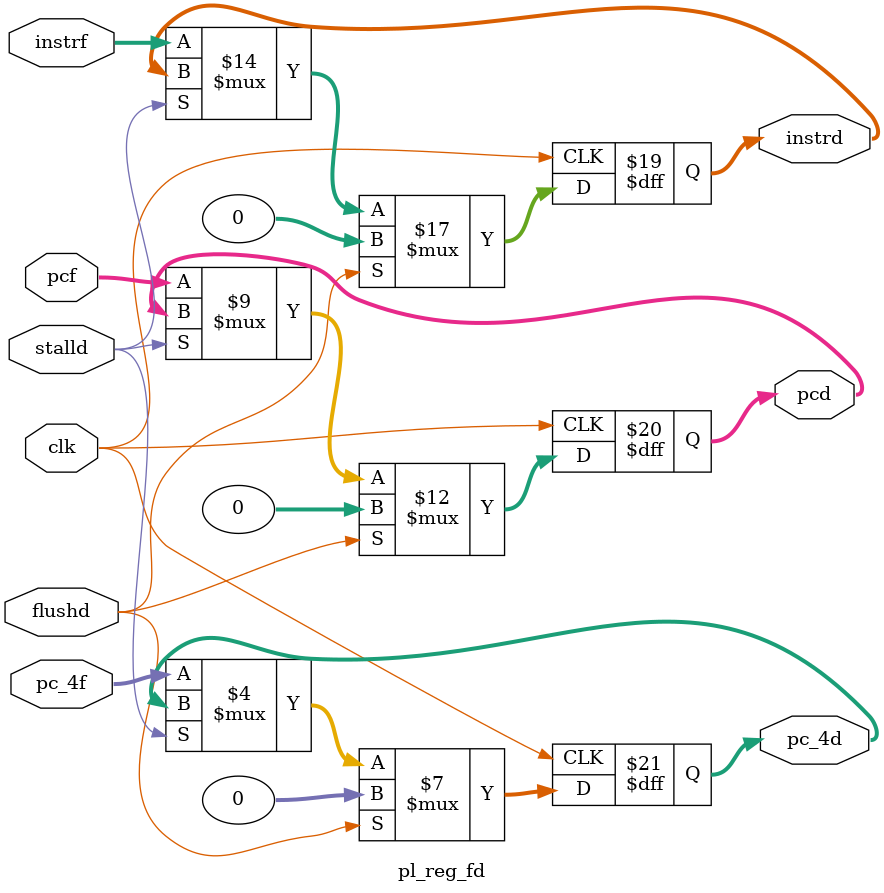
<source format=v>
module pl_reg_fd(instrf,instrd,pcf,pcd,pc_4f,pc_4d,stalld,flushd,clk);
input [31:0] instrf,pcf,pc_4f;
input stalld,flushd,clk;
output reg [31:0] instrd,pcd,pc_4d;

initial
begin
instrd = 0;
pcd = 0;
pc_4d = 0 ;
end

always@(posedge clk)
begin
if( flushd ) 
begin
instrd <= 0;
pcd <= 0;
pc_4d <= 0 ;
end 

else if ( ! stalld )
begin
instrd <= instrf;
pcd <= pcf ;
pc_4d <= pc_4f ;
end

end
endmodule


</source>
